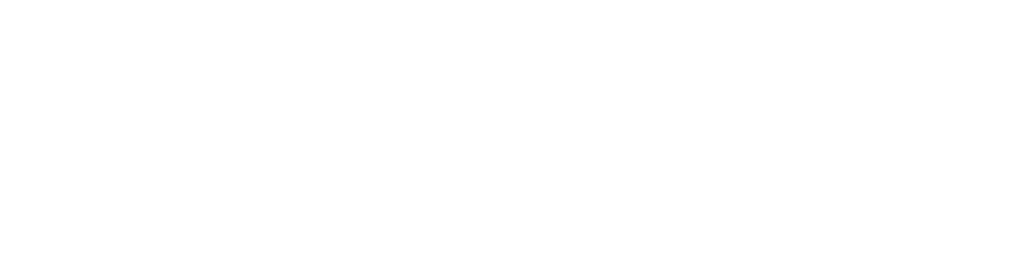
<source format=kicad_pcb>
(kicad_pcb (version 20240108) (generator pcbnew)
  (layers (0 "F.Cu" signal) (31 "B.Cu" signal) (34 "B.Paste" user) (35 "F.Paste" user) (36 "B.SilkS" user "B.Silkscreen") (37 "F.SilkS" user "F.Silkscreen") (38 "B.Mask" user) (39 "F.Mask" user) (44 "Edge.Cuts" user))
  (net 0 "")
  (footprint "MountingHole_5.3mm_M5_DIN965_Pad" (layer "F.Cu") (at 0 0)
    (property "Reference" "REF**")
    (property "Value" "MountingHole_5.3mm_M5_DIN965_Pad")
    (pad "1" thru_hole circle (at 0 0) (size 9.2 9.2) (drill 5.3) (layers *.Cu *.Mask) (remove_unused_layers))
  )
)
</source>
